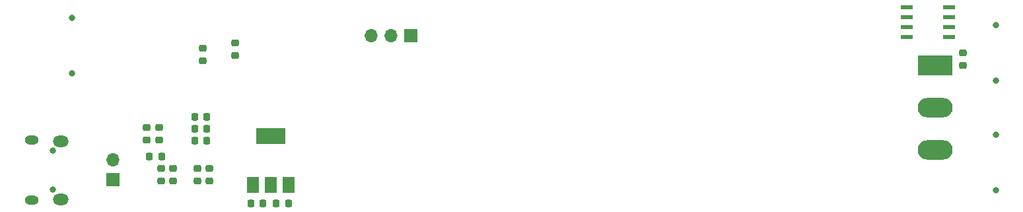
<source format=gbr>
G04 #@! TF.GenerationSoftware,KiCad,Pcbnew,7.99.0-unknown-099e5dd9e7~172~ubuntu22.04.1*
G04 #@! TF.CreationDate,2023-11-16T11:57:36+01:00*
G04 #@! TF.ProjectId,emfi,656d6669-2e6b-4696-9361-645f70636258,0.1*
G04 #@! TF.SameCoordinates,Original*
G04 #@! TF.FileFunction,Soldermask,Bot*
G04 #@! TF.FilePolarity,Negative*
%FSLAX46Y46*%
G04 Gerber Fmt 4.6, Leading zero omitted, Abs format (unit mm)*
G04 Created by KiCad (PCBNEW 7.99.0-unknown-099e5dd9e7~172~ubuntu22.04.1) date 2023-11-16 11:57:36*
%MOMM*%
%LPD*%
G01*
G04 APERTURE LIST*
G04 Aperture macros list*
%AMRoundRect*
0 Rectangle with rounded corners*
0 $1 Rounding radius*
0 $2 $3 $4 $5 $6 $7 $8 $9 X,Y pos of 4 corners*
0 Add a 4 corners polygon primitive as box body*
4,1,4,$2,$3,$4,$5,$6,$7,$8,$9,$2,$3,0*
0 Add four circle primitives for the rounded corners*
1,1,$1+$1,$2,$3*
1,1,$1+$1,$4,$5*
1,1,$1+$1,$6,$7*
1,1,$1+$1,$8,$9*
0 Add four rect primitives between the rounded corners*
20,1,$1+$1,$2,$3,$4,$5,0*
20,1,$1+$1,$4,$5,$6,$7,0*
20,1,$1+$1,$6,$7,$8,$9,0*
20,1,$1+$1,$8,$9,$2,$3,0*%
G04 Aperture macros list end*
%ADD10R,1.700000X1.700000*%
%ADD11O,1.700000X1.700000*%
%ADD12C,0.800000*%
%ADD13O,0.800000X0.800000*%
%ADD14O,1.800000X1.150000*%
%ADD15O,2.000000X1.450000*%
%ADD16RoundRect,0.218750X-0.218750X-0.256250X0.218750X-0.256250X0.218750X0.256250X-0.218750X0.256250X0*%
%ADD17RoundRect,0.218750X0.256250X-0.218750X0.256250X0.218750X-0.256250X0.218750X-0.256250X-0.218750X0*%
%ADD18RoundRect,0.218750X-0.256250X0.218750X-0.256250X-0.218750X0.256250X-0.218750X0.256250X0.218750X0*%
%ADD19RoundRect,0.218750X0.218750X0.256250X-0.218750X0.256250X-0.218750X-0.256250X0.218750X-0.256250X0*%
%ADD20R,1.500000X2.000000*%
%ADD21R,3.800000X2.000000*%
%ADD22R,1.550000X0.600000*%
%ADD23R,4.500000X2.500000*%
%ADD24O,4.500000X2.500000*%
G04 APERTURE END LIST*
D10*
X93500000Y-37750000D03*
D11*
X90960000Y-37750000D03*
X88420000Y-37750000D03*
D10*
X55300000Y-56200000D03*
D11*
X55300000Y-53660000D03*
D12*
X50050000Y-35440000D03*
X50050000Y-42560000D03*
D13*
X47600000Y-52500000D03*
X47600000Y-57500000D03*
D14*
X44850000Y-58875000D03*
D15*
X48650000Y-58725000D03*
X48650000Y-51275000D03*
D14*
X44850000Y-51125000D03*
D12*
X168500000Y-36440000D03*
X168500000Y-43560000D03*
X168500000Y-50440000D03*
X168500000Y-57560000D03*
D16*
X76212500Y-59250000D03*
X77787500Y-59250000D03*
X72962500Y-59250000D03*
X74537500Y-59250000D03*
X65762500Y-51250000D03*
X67337500Y-51250000D03*
D17*
X61500000Y-56387500D03*
X61500000Y-54812500D03*
X63050000Y-56387500D03*
X63050000Y-54812500D03*
D18*
X66800000Y-39412500D03*
X66800000Y-40987500D03*
D19*
X67337500Y-48150000D03*
X65762500Y-48150000D03*
D17*
X67700000Y-56387500D03*
X67700000Y-54812500D03*
D19*
X67337500Y-49700000D03*
X65762500Y-49700000D03*
D18*
X61200000Y-49562500D03*
X61200000Y-51137500D03*
D17*
X66150000Y-56387500D03*
X66150000Y-54812500D03*
D18*
X59650000Y-49562500D03*
X59650000Y-51137500D03*
D19*
X61537500Y-53300000D03*
X59962500Y-53300000D03*
D17*
X164250000Y-41537500D03*
X164250000Y-39962500D03*
D20*
X77811079Y-56914277D03*
X75511079Y-56914277D03*
D21*
X75511079Y-50614277D03*
D20*
X73211079Y-56914277D03*
D22*
X157050000Y-37905000D03*
X157050000Y-36635000D03*
X157050000Y-35365000D03*
X157050000Y-34095000D03*
X162450000Y-34095000D03*
X162450000Y-35365000D03*
X162450000Y-36635000D03*
X162450000Y-37905000D03*
D18*
X71000000Y-38712500D03*
X71000000Y-40287500D03*
D23*
X160750000Y-41550000D03*
D24*
X160750000Y-47000000D03*
X160750000Y-52450000D03*
M02*

</source>
